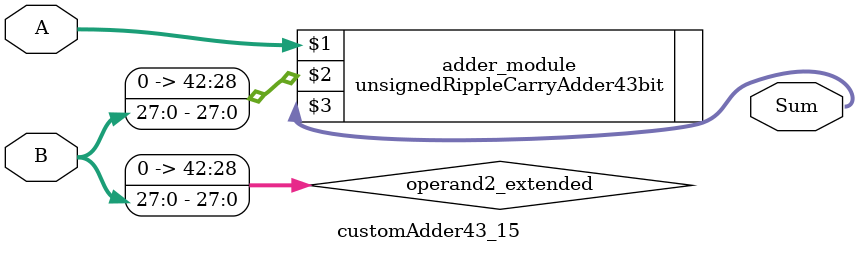
<source format=v>
module customAdder43_15(
                        input [42 : 0] A,
                        input [27 : 0] B,
                        
                        output [43 : 0] Sum
                );

        wire [42 : 0] operand2_extended;
        
        assign operand2_extended =  {15'b0, B};
        
        unsignedRippleCarryAdder43bit adder_module(
            A,
            operand2_extended,
            Sum
        );
        
        endmodule
        
</source>
